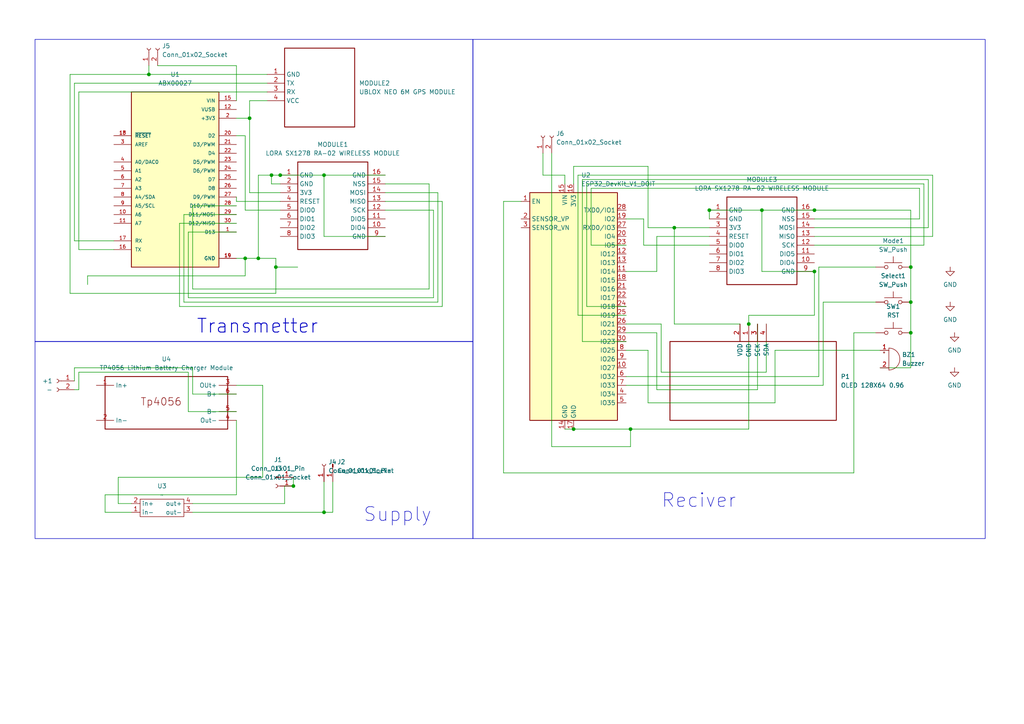
<source format=kicad_sch>
(kicad_sch (version 20231120) (generator "eeschema") (generator_version "8.0")
  (paper "A4")
  (lib_symbols
    (symbol "Connector:Conn_01x01_Pin" (pin_names (offset 1.016) hide)
      (property "Reference" "J" (at 0 2.54 0))
      (property "Value" "Conn_01x01_Pin" (at 0 -2.54 0))
      (symbol "Conn_01x01_Pin_1_1"
        (polyline (pts (xy 1.27 0) (xy 0.8636 0)) (stroke (width 0.1524)))
        (rectangle (start 0.8636 0.127) (end 0 -0.127) (stroke (width 0.1524)) (fill (type outline)))
        (pin passive line (at 5.08 0 180) (length 3.81) (name "Pin_1") (number "1"))
      )
    )
    (symbol "Connector:Conn_01x01_Socket" (pin_names (offset 1.016) hide)
      (property "Reference" "J" (at 0 2.54 0))
      (property "Value" "Conn_01x01_Socket" (at 0 -2.54 0))
      (symbol "Conn_01x01_Socket_1_1"
        (polyline (pts (xy -1.27 0) (xy -0.508 0)) (stroke (width 0.1524)))
        (arc (start 0 0.508) (mid -0.5058 0) (end 0 -0.508) (stroke (width 0.1524)))
        (pin passive line (at -5.08 0 0) (length 3.81) (name "Pin_1") (number "1"))
      )
    )
    (symbol "Connector:Conn_01x02_Socket" (pin_names (offset 1.016) hide)
      (property "Reference" "J" (at 0 2.54 0))
      (property "Value" "Conn_01x02_Socket" (at 0 -5.08 0))
      (symbol "Conn_01x02_Socket_1_1"
        (arc (start 0 -2.032) (mid -0.5058 -2.54) (end 0 -3.048) (stroke (width 0.1524)))
        (polyline (pts (xy -1.27 -2.54) (xy -0.508 -2.54)) (stroke (width 0.1524)))
        (polyline (pts (xy -1.27 0) (xy -0.508 0)) (stroke (width 0.1524)))
        (arc (start 0 0.508) (mid -0.5058 0) (end 0 -0.508) (stroke (width 0.1524)))
        (pin passive line (at -5.08 0 0) (length 3.81) (name "Pin_1") (number "1"))
        (pin passive line (at -5.08 -2.54 0) (length 3.81) (name "Pin_2") (number "2"))
      )
    )
    (symbol "Device:Buzzer" (pin_names (offset 0.0254) hide)
      (property "Reference" "BZ" (at 3.81 1.27 0))
      (property "Value" "Buzzer" (at 3.81 -1.27 0))
      (symbol "Buzzer_0_1"
        (arc (start 0 -3.175) (mid 3.1612 0) (end 0 3.175))
        (polyline (pts (xy -1.651 1.905) (xy -1.143 1.905)))
        (polyline (pts (xy -1.397 2.159) (xy -1.397 1.651)))
        (polyline (pts (xy 0 3.175) (xy 0 -3.175)))
      )
      (symbol "Buzzer_1_1"
        (pin passive line (at -2.54 2.54 0) (length 2.54) (name "+") (number "1"))
        (pin passive line (at -2.54 -2.54 0) (length 2.54) (name "-") (number "2"))
      )
    )
    (symbol "LM2596 Step Down DC-DC Buck Converter:LM2596"
      (property "Reference" "U" (at 0 4.572 0))
      (symbol "LM2596_0_1"
        (rectangle (start -6.35 2.54) (end 6.35 -2.54))
      )
      (symbol "LM2596_1_1"
        (pin input line (at -8.89 -1.27 0) (length 2.54) (name "in-") (number "1"))
        (pin input line (at -8.89 1.27 0) (length 2.54) (name "in+") (number "2"))
        (pin output line (at 8.89 -1.27 180) (length 2.54) (name "out-") (number "3"))
        (pin output line (at 8.89 1.27 180) (length 2.54) (name "out+") (number "4"))
      )
    )
    (symbol "NANO 33 Ble IOT:ABX00027" (pin_names (offset 1.016))
      (property "Reference" "U" (at -12.7 26.67 0))
      (property "Value" "ABX00027" (at -12.7 -26.67 0))
      (symbol "ABX00027_0_0"
        (rectangle (start -12.7 -25.4) (end 12.7 25.4) (stroke (width 0.254)) (fill (type background)))
        (pin bidirectional line (at 17.78 -15.24 180) (length 5.08) (name "D13") (number "1"))
        (pin input line (at -17.78 -10.16 0) (length 5.08) (name "A6") (number "10"))
        (pin input line (at -17.78 -12.7 0) (length 5.08) (name "A7") (number "11"))
        (pin power_in line (at 17.78 20.32 180) (length 5.08) (name "VUSB") (number "12"))
        (pin input line (at -17.78 12.7 0) (length 5.08) (name "~{RESET}") (number "13"))
        (pin power_in line (at 17.78 -22.86 180) (length 5.08) (name "GND") (number "14"))
        (pin power_in line (at 17.78 22.86 180) (length 5.08) (name "VIN") (number "15"))
        (pin bidirectional line (at -17.78 -20.32 0) (length 5.08) (name "TX") (number "16"))
        (pin bidirectional line (at -17.78 -17.78 0) (length 5.08) (name "RX") (number "17"))
        (pin input line (at -17.78 12.7 0) (length 5.08) (name "~{RESET}") (number "18"))
        (pin power_in line (at 17.78 -22.86 180) (length 5.08) (name "GND") (number "19"))
        (pin power_in line (at 17.78 17.78 180) (length 5.08) (name "+3V3") (number "2"))
        (pin bidirectional line (at 17.78 12.7 180) (length 5.08) (name "D2") (number "20"))
        (pin bidirectional line (at 17.78 10.16 180) (length 5.08) (name "D3/PWM") (number "21"))
        (pin bidirectional line (at 17.78 7.62 180) (length 5.08) (name "D4") (number "22"))
        (pin bidirectional line (at 17.78 5.08 180) (length 5.08) (name "D5/PWM") (number "23"))
        (pin bidirectional line (at 17.78 2.54 180) (length 5.08) (name "D6/PWM") (number "24"))
        (pin bidirectional line (at 17.78 0 180) (length 5.08) (name "D7") (number "25"))
        (pin bidirectional line (at 17.78 -2.54 180) (length 5.08) (name "D8") (number "26"))
        (pin bidirectional line (at 17.78 -5.08 180) (length 5.08) (name "D9/PWM") (number "27"))
        (pin bidirectional line (at 17.78 -7.62 180) (length 5.08) (name "D10/PWM") (number "28"))
        (pin bidirectional line (at 17.78 -10.16 180) (length 5.08) (name "D11/MOSI") (number "29"))
        (pin input line (at -17.78 10.16 0) (length 5.08) (name "AREF") (number "3"))
        (pin bidirectional line (at 17.78 -12.7 180) (length 5.08) (name "D12/MISO") (number "30"))
        (pin bidirectional line (at -17.78 5.08 0) (length 5.08) (name "A0/DAC0") (number "4"))
        (pin input line (at -17.78 2.54 0) (length 5.08) (name "A1") (number "5"))
        (pin input line (at -17.78 0 0) (length 5.08) (name "A2") (number "6"))
        (pin input line (at -17.78 -2.54 0) (length 5.08) (name "A3") (number "7"))
        (pin input line (at -17.78 -5.08 0) (length 5.08) (name "A4/SDA") (number "8"))
        (pin input line (at -17.78 -7.62 0) (length 5.08) (name "A5/SCL") (number "9"))
      )
    )
    (symbol "SCHLIB_LORA-SX1278-RA-02-WIRELESS-MODULE_2025-02-03:LORA SX1278 RA-02 WIRELESS MODULE"
      (property "Reference" "MODULE?" (at 0 0 0))
      (property "Value" "LORA SX1278 RA-02 WIRELESS MODULE" (at 0 0 0))
      (symbol "LORA SX1278 RA-02 WIRELESS MODULE_0_0"
        (rectangle (start -10.16 8.89) (end 10.16 -16.51) (stroke (width 0.254)))
        (pin unspecified line (at -15.24 5.08 0) (length 5.08) (name "GND") (number "1"))
        (pin unspecified line (at 15.24 -10.16 180) (length 5.08) (name "DIO4") (number "10"))
        (pin unspecified line (at 15.24 -7.62 180) (length 5.08) (name "DIO5") (number "11"))
        (pin unspecified line (at 15.24 -5.08 180) (length 5.08) (name "SCK") (number "12"))
        (pin unspecified line (at 15.24 -2.54 180) (length 5.08) (name "MISO") (number "13"))
        (pin unspecified line (at 15.24 0 180) (length 5.08) (name "MOSI") (number "14"))
        (pin unspecified line (at 15.24 2.54 180) (length 5.08) (name "NSS") (number "15"))
        (pin unspecified line (at 15.24 5.08 180) (length 5.08) (name "GND") (number "16"))
        (pin unspecified line (at -15.24 2.54 0) (length 5.08) (name "GND") (number "2"))
        (pin unspecified line (at -15.24 0 0) (length 5.08) (name "3V3") (number "3"))
        (pin unspecified line (at -15.24 -2.54 0) (length 5.08) (name "RESET") (number "4"))
        (pin unspecified line (at -15.24 -5.08 0) (length 5.08) (name "DIO0") (number "5"))
        (pin unspecified line (at -15.24 -7.62 0) (length 5.08) (name "DIO1") (number "6"))
        (pin unspecified line (at -15.24 -10.16 0) (length 5.08) (name "DIO2") (number "7"))
        (pin unspecified line (at -15.24 -12.7 0) (length 5.08) (name "DIO3") (number "8"))
        (pin unspecified line (at 15.24 -12.7 180) (length 5.08) (name "GND") (number "9"))
      )
    )
    (symbol "SCHLIB_OLED:OLED 128X64 0.96"
      (property "Reference" "P?" (at 0 0 0))
      (property "Value" "OLED 128X64 0.96" (at 0 0 0))
      (symbol "OLED 128X64 0.96_0_0"
        (rectangle (start -26.67 8.89) (end 21.59 -13.97) (stroke (width 0.254)))
      )
      (symbol "OLED 128X64 0.96_1_0"
        (pin unspecified line (at -3.81 13.97 270) (length 5.08) (name "GND") (number "1"))
        (pin unspecified line (at -6.35 13.97 270) (length 5.08) (name "VDD") (number "2"))
        (pin unspecified line (at -1.27 13.97 270) (length 5.08) (name "SCK") (number "3"))
        (pin unspecified line (at 1.27 13.97 270) (length 5.08) (name "SDA") (number "4"))
      )
    )
    (symbol "SCHLIB_TP4056-Lithium-Battery-Charger-Module_2025-02-08:TP4056 Lithium Battery Charger Module"
      (property "Reference" "U?" (at 0 0 0))
      (property "Value" "TP4056 Lithium Battery Charger Module" (at 0 0 0))
      (symbol "TP4056 Lithium Battery Charger Module_0_0"
        (rectangle (start 10.16 30.48) (end 45.72 15.24) (stroke (width 0.254)))
        (text "Tp4056" (at 20.3708 24.4729 0) (effects (font (size 2.1717 2.1717)) (justify left top)))
        (pin unspecified line (at 7.62 27.94 0) (length 5.08) (name "In+") (number "1"))
        (pin unspecified line (at 7.62 17.78 0) (length 5.08) (name "In-") (number "2"))
        (pin unspecified line (at 48.26 27.94 180) (length 5.08) (name "OUt+") (number "3"))
        (pin unspecified line (at 48.26 17.78 180) (length 5.08) (name "Out-") (number "4"))
        (pin unspecified line (at 48.26 20.32 180) (length 5.08) (name "B-") (number "5"))
        (pin unspecified line (at 48.26 25.4 180) (length 5.08) (name "B+") (number "6"))
      )
    )
    (symbol "SCHLIB_UBLOX-NEO-6M-GPS-MODULE_2025-02-08:UBLOX NEO 6M GPS MODULE"
      (property "Reference" "MODULE?" (at 0 0 0))
      (property "Value" "UBLOX NEO 6M GPS MODULE" (at 0 0 0))
      (symbol "UBLOX NEO 6M GPS MODULE_0_0"
        (rectangle (start -10.16 12.7) (end 10.16 -10.16) (stroke (width 0.254)))
        (pin unspecified line (at -15.24 5.08 0) (length 5.08) (name "GND") (number "1"))
        (pin unspecified line (at -15.24 2.54 0) (length 5.08) (name "TX") (number "2"))
        (pin unspecified line (at -15.24 0 0) (length 5.08) (name "RX") (number "3"))
        (pin unspecified line (at -15.24 -2.54 0) (length 5.08) (name "VCC") (number "4"))
      )
    )
    (symbol "Switch:SW_Push" (pin_numbers hide) (pin_names (offset 1.016) hide)
      (property "Reference" "SW" (at 1.27 2.54 0))
      (property "Value" "SW_Push" (at 0 -1.524 0))
      (symbol "SW_Push_0_1"
        (circle (center -2.032 0) (radius 0.508))
        (polyline (pts (xy 0 1.27) (xy 0 3.048)))
        (polyline (pts (xy 2.54 1.27) (xy -2.54 1.27)))
        (circle (center 2.032 0) (radius 0.508))
        (pin passive line (at -5.08 0 0) (length 2.54) (name "1") (number "1"))
        (pin passive line (at 5.08 0 180) (length 2.54) (name "2") (number "2"))
      )
    )
    (symbol "esp32_devkit_v1_doit:ESP32_DevKit_V1_DOIT"
      (property "Reference" "U" (at -11.43 34.29 0))
      (property "Value" "ESP32_DevKit_V1_DOIT" (at 11.43 34.29 0))
      (symbol "ESP32_DevKit_V1_DOIT_1_1"
        (rectangle (start -12.7 33.02) (end 12.7 -33.02) (stroke (width 0.254)) (fill (type background)))
        (pin input line (at -15.24 30.48 0) (length 2.54) (name "EN") (number "1"))
        (pin bidirectional line (at 15.24 -17.78 180) (length 2.54) (name "IO27") (number "10"))
        (pin bidirectional line (at 15.24 10.16 180) (length 2.54) (name "IO14") (number "11"))
        (pin bidirectional line (at 15.24 15.24 180) (length 2.54) (name "IO12") (number "12"))
        (pin bidirectional line (at 15.24 12.7 180) (length 2.54) (name "IO13") (number "13"))
        (pin power_in line (at -2.54 -35.56 90) (length 2.54) (name "GND") (number "14"))
        (pin power_in line (at -2.54 35.56 270) (length 2.54) (name "VIN") (number "15"))
        (pin power_in line (at 0 35.56 270) (length 2.54) (name "3V3") (number "16"))
        (pin power_in line (at 0 -35.56 90) (length 2.54) (name "GND") (number "17"))
        (pin bidirectional line (at 15.24 7.62 180) (length 2.54) (name "IO15") (number "18"))
        (pin bidirectional line (at 15.24 25.4 180) (length 2.54) (name "IO2") (number "19"))
        (pin input line (at -15.24 25.4 0) (length 2.54) (name "SENSOR_VP") (number "2"))
        (pin bidirectional line (at 15.24 20.32 180) (length 2.54) (name "IO4") (number "20"))
        (pin bidirectional line (at 15.24 5.08 180) (length 2.54) (name "IO16") (number "21"))
        (pin bidirectional line (at 15.24 2.54 180) (length 2.54) (name "IO17") (number "22"))
        (pin bidirectional line (at 15.24 17.78 180) (length 2.54) (name "IO5") (number "23"))
        (pin bidirectional line (at 15.24 0 180) (length 2.54) (name "IO18") (number "24"))
        (pin bidirectional line (at 15.24 -2.54 180) (length 2.54) (name "IO19") (number "25"))
        (pin bidirectional line (at 15.24 -5.08 180) (length 2.54) (name "IO21") (number "26"))
        (pin bidirectional line (at 15.24 22.86 180) (length 2.54) (name "RXD0/IO3") (number "27"))
        (pin bidirectional line (at 15.24 27.94 180) (length 2.54) (name "TXD0/IO1") (number "28"))
        (pin bidirectional line (at 15.24 -7.62 180) (length 2.54) (name "IO22") (number "29"))
        (pin input line (at -15.24 22.86 0) (length 2.54) (name "SENSOR_VN") (number "3"))
        (pin bidirectional line (at 15.24 -10.16 180) (length 2.54) (name "IO23") (number "30"))
        (pin input line (at 15.24 -25.4 180) (length 2.54) (name "IO34") (number "4"))
        (pin input line (at 15.24 -27.94 180) (length 2.54) (name "IO35") (number "5"))
        (pin bidirectional line (at 15.24 -20.32 180) (length 2.54) (name "IO32") (number "6"))
        (pin bidirectional line (at 15.24 -22.86 180) (length 2.54) (name "IO33") (number "7"))
        (pin bidirectional line (at 15.24 -12.7 180) (length 2.54) (name "IO25") (number "8"))
        (pin bidirectional line (at 15.24 -15.24 180) (length 2.54) (name "IO26") (number "9"))
      )
    )
    (symbol "power:GND" (power) (pin_numbers hide) (pin_names (offset 0) hide)
      (property "Value" "GND" (at 0 -3.81 0))
      (symbol "GND_0_1"
        (polyline (pts (xy 0 0) (xy 0 -1.27) (xy 1.27 -1.27) (xy 0 -2.54) (xy -1.27 -1.27) (xy 0 -1.27)))
      )
      (symbol "GND_1_1"
        (pin power_in line (at 0 0 270) (length 0) (name "~") (number "1"))
      )
    )
  )
  (junction (at 205.74 60.96))
  (junction (at 182.88 124.46))
  (junction (at 264.16 96.52))
  (junction (at 195.58 66.04))
  (junction (at 78.74 50.8))
  (junction (at 93.98 148.59))
  (junction (at 81.28 50.8))
  (junction (at 85.09 140.97))
  (junction (at 80.01 77.47))
  (junction (at 264.16 87.63))
  (junction (at 93.98 50.8))
  (junction (at 264.16 77.47))
  (junction (at 72.39 34.29))
  (junction (at 217.17 93.98))
  (junction (at 43.18 21.59))
  (junction (at 220.98 60.96))
  (junction (at 71.12 74.93))
  (junction (at 236.22 60.96))
  (junction (at 166.37 124.46))
  (junction (at 74.93 74.93))
  (junction (at 236.22 78.74))
  (wire (pts (xy 168.91 52.07) (xy 168.91 99.06)))
  (wire (pts (xy 267.97 53.34) (xy 170.18 53.34)))
  (wire (pts (xy 238.76 87.63) (xy 238.76 111.76)))
  (wire (pts (xy 85.09 138.43) (xy 85.09 140.97)))
  (wire (pts (xy 270.51 50.8) (xy 167.64 50.8)))
  (wire (pts (xy 74.93 50.8) (xy 74.93 74.93)))
  (wire (pts (xy 187.96 66.04) (xy 195.58 66.04)))
  (wire (pts (xy 205.74 60.96) (xy 205.74 63.5)))
  (wire (pts (xy 78.74 53.34) (xy 78.74 50.8)))
  (wire (pts (xy 255.27 101.6) (xy 224.79 101.6)))
  (wire (pts (xy 21.59 69.85) (xy 33.02 69.85)))
  (wire (pts (xy 237.49 109.22) (xy 181.61 109.22)))
  (wire (pts (xy 264.16 106.68) (xy 264.16 96.52)))
  (wire (pts (xy 86.36 77.47) (xy 80.01 77.47)))
  (wire (pts (xy 182.88 129.54) (xy 182.88 124.46)))
  (wire (pts (xy 22.86 107.95) (xy 54.61 107.95)))
  (wire (pts (xy 53.34 62.23) (xy 68.58 62.23)))
  (wire (pts (xy 219.71 113.03) (xy 190.5 113.03)))
  (wire (pts (xy 55.88 83.82) (xy 55.88 59.69)))
  (wire (pts (xy 55.88 146.05) (xy 82.55 146.05)))
  (wire (pts (xy 236.22 60.96) (xy 264.16 60.96)))
  (wire (pts (xy 219.71 93.98) (xy 219.71 113.03)))
  (wire (pts (xy 81.28 55.88) (xy 72.39 55.88)))
  (wire (pts (xy 254 77.47) (xy 237.49 77.47)))
  (wire (pts (xy 267.97 71.12) (xy 267.97 53.34)))
  (wire (pts (xy 205.74 60.96) (xy 220.98 60.96)))
  (wire (pts (xy 264.16 87.63) (xy 264.16 96.52)))
  (wire (pts (xy 52.07 64.77) (xy 68.58 64.77)))
  (wire (pts (xy 167.64 91.44) (xy 181.61 91.44)))
  (wire (pts (xy 68.58 121.92) (xy 68.58 143.51)))
  (wire (pts (xy 236.22 78.74) (xy 236.22 91.44)))
  (wire (pts (xy 72.39 34.29) (xy 72.39 55.88)))
  (wire (pts (xy 166.37 48.26) (xy 166.37 53.34)))
  (wire (pts (xy 54.61 67.31) (xy 68.58 67.31)))
  (wire (pts (xy 21.59 113.03) (xy 22.86 113.03)))
  (wire (pts (xy 93.98 148.59) (xy 93.98 139.7)))
  (wire (pts (xy 34.29 146.05) (xy 38.1 146.05)))
  (wire (pts (xy 160.02 44.45) (xy 160.02 129.54)))
  (wire (pts (xy 77.47 29.21) (xy 72.39 29.21)))
  (wire (pts (xy 190.5 96.52) (xy 181.61 96.52)))
  (wire (pts (xy 254 87.63) (xy 238.76 87.63)))
  (wire (pts (xy 125.73 60.96) (xy 125.73 86.36)))
  (wire (pts (xy 236.22 91.44) (xy 217.17 91.44)))
  (wire (pts (xy 254 96.52) (xy 247.65 96.52)))
  (wire (pts (xy 222.25 107.95) (xy 191.77 107.95)))
  (wire (pts (xy 163.83 50.8) (xy 163.83 53.34)))
  (wire (pts (xy 22.86 72.39) (xy 33.02 72.39)))
  (wire (pts (xy 72.39 29.21) (xy 72.39 34.29)))
  (wire (pts (xy 52.07 88.9) (xy 52.07 64.77)))
  (wire (pts (xy 76.2 138.43) (xy 34.29 138.43)))
  (wire (pts (xy 269.24 66.04) (xy 269.24 52.07)))
  (wire (pts (xy 96.52 148.59) (xy 93.98 148.59)))
  (wire (pts (xy 21.59 106.68) (xy 55.88 106.68)))
  (wire (pts (xy 238.76 111.76) (xy 181.61 111.76)))
  (wire (pts (xy 71.12 80.01) (xy 71.12 74.93)))
  (wire (pts (xy 237.49 77.47) (xy 237.49 109.22)))
  (wire (pts (xy 266.7 63.5) (xy 266.7 54.61)))
  (wire (pts (xy 247.65 137.16) (xy 146.05 137.16)))
  (wire (pts (xy 214.63 93.98) (xy 195.58 93.98)))
  (wire (pts (xy 166.37 124.46) (xy 182.88 124.46)))
  (wire (pts (xy 187.96 48.26) (xy 166.37 48.26)))
  (wire (pts (xy 74.93 74.93) (xy 80.01 74.93)))
  (wire (pts (xy 43.18 21.59) (xy 20.32 21.59)))
  (wire (pts (xy 124.46 83.82) (xy 55.88 83.82)))
  (wire (pts (xy 170.18 53.34) (xy 170.18 88.9)))
  (wire (pts (xy 163.83 124.46) (xy 166.37 124.46)))
  (wire (pts (xy 71.12 74.93) (xy 74.93 74.93)))
  (wire (pts (xy 81.28 60.96) (xy 71.12 60.96)))
  (wire (pts (xy 127 87.63) (xy 53.34 87.63)))
  (wire (pts (xy 195.58 66.04) (xy 205.74 66.04)))
  (wire (pts (xy 30.48 148.59) (xy 38.1 148.59)))
  (wire (pts (xy 54.61 119.38) (xy 68.58 119.38)))
  (wire (pts (xy 68.58 19.05) (xy 68.58 29.21)))
  (wire (pts (xy 25.4 80.01) (xy 25.4 82.55)))
  (wire (pts (xy 43.18 19.05) (xy 43.18 21.59)))
  (wire (pts (xy 160.02 129.54) (xy 182.88 129.54)))
  (wire (pts (xy 182.88 124.46) (xy 217.17 124.46)))
  (wire (pts (xy 20.32 21.59) (xy 20.32 85.09)))
  (wire (pts (xy 124.46 53.34) (xy 124.46 83.82)))
  (wire (pts (xy 96.52 139.7) (xy 96.52 148.59)))
  (wire (pts (xy 54.61 107.95) (xy 54.61 119.38)))
  (wire (pts (xy 170.18 88.9) (xy 181.61 88.9)))
  (wire (pts (xy 72.39 34.29) (xy 68.58 34.29)))
  (wire (pts (xy 71.12 39.37) (xy 68.58 39.37)))
  (wire (pts (xy 224.79 101.6) (xy 224.79 116.84)))
  (wire (pts (xy 111.76 53.34) (xy 124.46 53.34)))
  (wire (pts (xy 167.64 50.8) (xy 167.64 91.44)))
  (wire (pts (xy 82.55 146.05) (xy 82.55 140.97)))
  (wire (pts (xy 266.7 54.61) (xy 171.45 54.61)))
  (wire (pts (xy 111.76 55.88) (xy 127 55.88)))
  (wire (pts (xy 68.58 58.42) (xy 68.58 57.15)))
  (wire (pts (xy 20.32 85.09) (xy 80.01 85.09)))
  (wire (pts (xy 127 55.88) (xy 127 87.63)))
  (wire (pts (xy 34.29 138.43) (xy 34.29 146.05)))
  (wire (pts (xy 76.2 111.76) (xy 76.2 138.43)))
  (wire (pts (xy 186.69 71.12) (xy 186.69 63.5)))
  (wire (pts (xy 45.72 19.05) (xy 68.58 19.05)))
  (wire (pts (xy 30.48 143.51) (xy 30.48 148.59)))
  (wire (pts (xy 53.34 87.63) (xy 53.34 62.23)))
  (wire (pts (xy 171.45 54.61) (xy 171.45 71.12)))
  (wire (pts (xy 220.98 78.74) (xy 220.98 60.96)))
  (wire (pts (xy 205.74 68.58) (xy 190.5 68.58)))
  (wire (pts (xy 55.88 114.3) (xy 68.58 114.3)))
  (wire (pts (xy 190.5 68.58) (xy 190.5 78.74)))
  (wire (pts (xy 81.28 58.42) (xy 68.58 58.42)))
  (wire (pts (xy 81.28 53.34) (xy 78.74 53.34)))
  (wire (pts (xy 77.47 21.59) (xy 43.18 21.59)))
  (wire (pts (xy 247.65 96.52) (xy 247.65 137.16)))
  (wire (pts (xy 220.98 60.96) (xy 236.22 60.96)))
  (wire (pts (xy 217.17 91.44) (xy 217.17 93.98)))
  (wire (pts (xy 22.86 113.03) (xy 22.86 107.95)))
  (wire (pts (xy 195.58 93.98) (xy 195.58 66.04)))
  (wire (pts (xy 146.05 58.42) (xy 151.13 58.42)))
  (wire (pts (xy 111.76 58.42) (xy 128.27 58.42)))
  (wire (pts (xy 77.47 24.13) (xy 21.59 24.13)))
  (wire (pts (xy 187.96 66.04) (xy 187.96 48.26)))
  (wire (pts (xy 146.05 137.16) (xy 146.05 58.42)))
  (wire (pts (xy 21.59 110.49) (xy 21.59 106.68)))
  (wire (pts (xy 82.55 140.97) (xy 85.09 140.97)))
  (wire (pts (xy 224.79 116.84) (xy 187.96 116.84)))
  (wire (pts (xy 128.27 58.42) (xy 128.27 88.9)))
  (wire (pts (xy 55.88 106.68) (xy 55.88 114.3)))
  (wire (pts (xy 190.5 113.03) (xy 190.5 96.52)))
  (wire (pts (xy 264.16 77.47) (xy 264.16 87.63)))
  (wire (pts (xy 264.16 77.47) (xy 264.16 60.96)))
  (wire (pts (xy 93.98 68.58) (xy 93.98 50.8)))
  (wire (pts (xy 168.91 99.06) (xy 181.61 99.06)))
  (wire (pts (xy 187.96 116.84) (xy 187.96 101.6)))
  (wire (pts (xy 205.74 71.12) (xy 186.69 71.12)))
  (wire (pts (xy 21.59 24.13) (xy 21.59 69.85)))
  (wire (pts (xy 54.61 86.36) (xy 54.61 67.31)))
  (wire (pts (xy 77.47 26.67) (xy 22.86 26.67)))
  (wire (pts (xy 55.88 59.69) (xy 68.58 59.69)))
  (wire (pts (xy 78.74 50.8) (xy 74.93 50.8)))
  (wire (pts (xy 93.98 50.8) (xy 111.76 50.8)))
  (wire (pts (xy 128.27 88.9) (xy 52.07 88.9)))
  (wire (pts (xy 25.4 80.01) (xy 71.12 80.01)))
  (wire (pts (xy 157.48 50.8) (xy 163.83 50.8)))
  (wire (pts (xy 80.01 85.09) (xy 80.01 77.47)))
  (wire (pts (xy 68.58 143.51) (xy 30.48 143.51)))
  (wire (pts (xy 269.24 52.07) (xy 168.91 52.07)))
  (wire (pts (xy 111.76 68.58) (xy 93.98 68.58)))
  (wire (pts (xy 236.22 68.58) (xy 270.51 68.58)))
  (wire (pts (xy 68.58 74.93) (xy 71.12 74.93)))
  (wire (pts (xy 236.22 71.12) (xy 267.97 71.12)))
  (wire (pts (xy 171.45 71.12) (xy 181.61 71.12)))
  (wire (pts (xy 111.76 60.96) (xy 125.73 60.96)))
  (wire (pts (xy 22.86 26.67) (xy 22.86 72.39)))
  (wire (pts (xy 71.12 60.96) (xy 71.12 39.37)))
  (wire (pts (xy 80.01 77.47) (xy 80.01 74.93)))
  (wire (pts (xy 191.77 107.95) (xy 191.77 93.98)))
  (wire (pts (xy 125.73 86.36) (xy 54.61 86.36)))
  (wire (pts (xy 255.27 106.68) (xy 264.16 106.68)))
  (wire (pts (xy 78.74 50.8) (xy 81.28 50.8)))
  (wire (pts (xy 157.48 44.45) (xy 157.48 50.8)))
  (wire (pts (xy 217.17 93.98) (xy 217.17 124.46)))
  (wire (pts (xy 81.28 50.8) (xy 93.98 50.8)))
  (wire (pts (xy 236.22 63.5) (xy 266.7 63.5)))
  (wire (pts (xy 186.69 63.5) (xy 181.61 63.5)))
  (wire (pts (xy 191.77 93.98) (xy 181.61 93.98)))
  (wire (pts (xy 55.88 148.59) (xy 93.98 148.59)))
  (wire (pts (xy 68.58 111.76) (xy 76.2 111.76)))
  (wire (pts (xy 236.22 66.04) (xy 269.24 66.04)))
  (wire (pts (xy 270.51 68.58) (xy 270.51 50.8)))
  (wire (pts (xy 181.61 101.6) (xy 187.96 101.6)))
  (wire (pts (xy 190.5 78.74) (xy 181.61 78.74)))
  (wire (pts (xy 222.25 93.98) (xy 222.25 107.95)))
  (wire (pts (xy 236.22 78.74) (xy 220.98 78.74)))
  (rectangle (start 10.16 11.43) (end 137.16 99.06))
  (rectangle (start 10.16 99.06) (end 137.16 156.21))
  (rectangle (start 137.16 11.43) (end 285.75 156.21))
  (text "Supply" (at 115.316 149.352 0) (effects (font (size 4 4))))
  (text "Transmetter" (at 74.676 94.742 0) (effects (font (size 4 4) (thickness 0.254) (bold yes))))
  (text "Reciver\n" (at 202.692 145.288 0) (effects (font (size 4 4))))
  (symbol (lib_id "Device:Buzzer") (at 257.81 104.14 0) (unit 1)
    (property "Reference" "BZ1" (at 261.62 102.8699 0) (effects (justify left)))
    (property "Value" "Buzzer" (at 261.62 105.4099 0) (effects (justify left)))
    (property "Footprint" "Buzzer_Beeper:Buzzer_12x9.5RM7.6" (effects (hide yes)))
    (property "Description" "Buzzer, polarized" (effects (hide yes)))
  )
  (symbol (lib_id "Connector:Conn_01x02_Socket") (at 16.51 110.49 0) (mirror y) (unit 1)
    (property "Reference" "+1" (at 15.24 110.4899 0) (effects (justify left)))
    (property "Value" "-" (at 15.24 113.0299 0) (effects (justify left)))
    (property "Footprint" "Connector_PinHeader_2.54mm:PinHeader_1x02_P2.54mm_Vertical" (effects (hide yes)))
    (property "Description" "Generic connector, single row, 01x02, script generated" (effects (hide yes)))
  )
  (symbol (lib_id "SCHLIB_LORA-SX1278-RA-02-WIRELESS-MODULE_2025-02-03:LORA SX1278 RA-02 WIRELESS MODULE") (at 220.98 66.04 0) (unit 1)
    (property "Reference" "MODULE3" (at 220.98 52.07 0))
    (property "Value" "LORA SX1278 RA-02 WIRELESS MODULE" (at 220.98 54.61 0))
    (property "Footprint" "PCBLIB_LORA-SX1278-RA-02-WIRELESS-MODULE_2025-02-08:LORA SX1278 RA-02 WIRELESS MODULE" (effects (hide yes)))
  )
  (symbol (lib_id "Connector:Conn_01x01_Pin") (at 80.01 138.43 0) (unit 1)
    (property "Reference" "J1" (at 80.645 133.35 0))
    (property "Value" "Conn_01x01_Pin" (at 80.645 135.89 0))
    (property "Footprint" "Connector_PinHeader_2.54mm:PinHeader_1x01_P2.54mm_Vertical" (effects (hide yes)))
    (property "Description" "Generic connector, single row, 01x01, script generated" (effects (hide yes)))
  )
  (symbol (lib_id "Switch:SW_Push") (at 259.08 87.63 0) (unit 1)
    (property "Reference" "Select1" (at 259.08 80.01 0))
    (property "Value" "SW_Push" (at 259.08 82.55 0))
    (property "Footprint" "CUstom:SW_1825910-6-4" (effects (hide yes)))
    (property "Description" "Push button switch, generic, two pins" (effects (hide yes)))
  )
  (symbol (lib_id "power:GND") (at 275.59 87.63 0) (unit 1)
    (property "Reference" "#PWR02" (effects (hide yes)))
    (property "Value" "GND" (at 275.59 92.71 0))
    (property "Description" "Power symbol creates a global label with name \"GND\" , ground" (effects (hide yes)))
  )
  (symbol (lib_id "SCHLIB_UBLOX-NEO-6M-GPS-MODULE_2025-02-08:UBLOX NEO 6M GPS MODULE") (at 92.71 26.67 0) (unit 1)
    (property "Reference" "MODULE2" (at 104.14 24.1299 0) (effects (justify left)))
    (property "Value" "UBLOX NEO 6M GPS MODULE" (at 104.14 26.6699 0) (effects (justify left)))
    (property "Footprint" "PCBLIB_UBLOX-NEO-6M-GPS-MODULE_2025-02-08:UBLOX NEO 6M GPS MODULE" (effects (hide yes)))
  )
  (symbol (lib_id "esp32_devkit_v1_doit:ESP32_DevKit_V1_DOIT") (at 166.37 88.9 0) (unit 1)
    (property "Reference" "U2" (at 168.5641 50.8 0) (effects (justify left)))
    (property "Value" "ESP32_DevKit_V1_DOIT" (at 168.5641 53.34 0) (effects (justify left)))
    (property "Footprint" "esp32_devkit_v1_doit:esp32_devkit_v1_doit" (effects (hide yes)))
    (property "Datasheet" "https://aliexpress.com/item/32864722159.html" (effects (hide yes)))
    (property "Description" "32-bit microcontroller module with WiFi and Bluetooth" (effects (hide yes)))
  )
  (symbol (lib_id "Connector:Conn_01x02_Socket") (at 157.48 39.37 90) (unit 1)
    (property "Reference" "J6" (at 161.29 38.7349 90) (effects (justify right)))
    (property "Value" "Conn_01x02_Socket" (at 161.29 41.2749 90) (effects (justify right)))
    (property "Footprint" "Connector_PinSocket_2.54mm:PinSocket_1x02_P2.54mm_Vertical" (effects (hide yes)))
    (property "Description" "Generic connector, single row, 01x02, script generated" (effects (hide yes)))
  )
  (symbol (lib_id "LM2596 Step Down DC-DC Buck Converter:LM2596") (at 46.99 147.32 0) (unit 1)
    (property "Reference" "U3" (at 46.99 140.97 0))
    (property "Value" "~" (at 46.99 143.51 0))
    (property "Footprint" "PCBLIB_LM2596-DC-TO-DC-BUCK-CONVERTER-FOOTPRINT_2025-02-08:LM2596 DC TO DC BUCK CONVERTER FOOTPRINT" (effects (hide yes)))
  )
  (symbol (lib_id "SCHLIB_LORA-SX1278-RA-02-WIRELESS-MODULE_2025-02-03:LORA SX1278 RA-02 WIRELESS MODULE") (at 96.52 55.88 0) (unit 1)
    (property "Reference" "MODULE1" (at 96.52 41.91 0))
    (property "Value" "LORA SX1278 RA-02 WIRELESS MODULE" (at 96.52 44.45 0))
    (property "Footprint" "PCBLIB_LORA-SX1278-RA-02-WIRELESS-MODULE_2025-02-08:LORA SX1278 RA-02 WIRELESS MODULE" (effects (hide yes)))
  )
  (symbol (lib_id "power:GND") (at 275.59 77.47 0) (unit 1)
    (property "Reference" "#PWR01" (effects (hide yes)))
    (property "Value" "GND" (at 275.59 82.55 0))
    (property "Description" "Power symbol creates a global label with name \"GND\" , ground" (effects (hide yes)))
  )
  (symbol (lib_id "Connector:Conn_01x02_Socket") (at 43.18 13.97 90) (unit 1)
    (property "Reference" "J5" (at 46.99 13.3349 90) (effects (justify right)))
    (property "Value" "Conn_01x02_Socket" (at 46.99 15.8749 90) (effects (justify right)))
    (property "Footprint" "Connector_PinSocket_2.54mm:PinSocket_1x02_P2.54mm_Vertical" (effects (hide yes)))
    (property "Description" "Generic connector, single row, 01x02, script generated" (effects (hide yes)))
  )
  (symbol (lib_id "SCHLIB_TP4056-Lithium-Battery-Charger-Module_2025-02-08:TP4056 Lithium Battery Charger Module") (at 20.32 139.7 0) (unit 1)
    (property "Reference" "U4" (at 48.26 104.14 0))
    (property "Value" "TP4056 Lithium Battery Charger Module" (at 48.26 106.68 0))
    (property "Footprint" "PCBLIB_BATTMODULE_2025-02-08:BATTMODULE" (effects (hide yes)))
    (property "Manufacturer Part" "TP4056 Lithium Battery Charger Module" (effects (hide yes)))
  )
  (symbol (lib_id "NANO 33 Ble IOT:ABX00027") (at 50.8 52.07 0) (unit 1)
    (property "Reference" "U1" (at 50.8 21.59 0))
    (property "Value" "ABX00027" (at 50.8 24.13 0))
    (property "Footprint" "CUstom:MODULE_ABX00027" (effects (hide yes)))
    (property "MF" "Arduino" (effects (hide yes)))
    (property "DESCRIPTION" "ATSAMD21G18A Arduino Nano 33 IoT SAM D ARM® Cortex®-M0+ MCU 32-Bit Embedded Evaluation Board" (effects (hide yes)))
    (property "PACKAGE" "None" (effects (hide yes)))
    (property "PRICE" "None" (effects (hide yes)))
    (property "Package" "None" (effects (hide yes)))
    (property "Check_prices" "https://www.snapeda.com/parts/Arduino%20Nano%2033%20IoT/Arduino/view-part/?ref=eda" (effects (hide yes)))
    (property "Price" "None" (effects (hide yes)))
    (property "SnapEDA_Link" "https://www.snapeda.com/parts/Arduino%20Nano%2033%20IoT/Arduino/view-part/?ref=snap" (effects (hide yes)))
    (property "MP" "Arduino Nano 33 IoT" (effects (hide yes)))
    (property "DIGIKEY-PURCHASE-URL" "https://snapeda.com/shop?store=DigiKey&id=3949339" (effects (hide yes)))
    (property "Availability" "Not in stock" (effects (hide yes)))
    (property "AVAILABILITY" "Unavailable" (effects (hide yes)))
    (property "Description_1" "\n                        \n                            An IoT connected IMU sensor in the Nano form factor.\n                        \n" (effects (hide yes)))
  )
  (symbol (lib_id "SCHLIB_OLED:OLED 128X64 0.96") (at 220.98 107.95 0) (unit 1)
    (property "Reference" "P1" (at 243.84 109.2199 0) (effects (justify left)))
    (property "Value" "OLED 128X64 0.96" (at 243.84 111.7599 0) (effects (justify left)))
    (property "Footprint" "PCBLIB_0.96-AND-1.3-I2C-OLED-SSD1306_2025-02-08:0.96 AND 1.3 I2C OLED SSD1306" (effects (hide yes)))
    (property "Supplier Part" "undefined" (effects (hide yes)))
    (property "Supplier" "AdaFruit" (effects (hide yes)))
  )
  (symbol (lib_id "power:GND") (at 276.86 106.68 0) (unit 1)
    (property "Reference" "#PWR04" (effects (hide yes)))
    (property "Value" "GND" (at 276.86 111.76 0))
    (property "Description" "Power symbol creates a global label with name \"GND\" , ground" (effects (hide yes)))
  )
  (symbol (lib_id "Switch:SW_Push") (at 259.08 96.52 0) (unit 1)
    (property "Reference" "SW1" (at 259.08 88.9 0))
    (property "Value" "RST" (at 259.08 91.44 0))
    (property "Footprint" "CUstom:SW_1825910-6-4" (effects (hide yes)))
    (property "Description" "Push button switch, generic, two pins" (effects (hide yes)))
  )
  (symbol (lib_id "Connector:Conn_01x01_Pin") (at 96.52 134.62 270) (unit 1)
    (property "Reference" "J2" (at 97.79 133.9849 90) (effects (justify left)))
    (property "Value" "Conn_01x01_Pin" (at 97.79 136.5249 90) (effects (justify left)))
    (property "Footprint" "Connector_PinHeader_2.54mm:PinHeader_1x01_P2.54mm_Vertical" (effects (hide yes)))
    (property "Description" "Generic connector, single row, 01x01, script generated" (effects (hide yes)))
  )
  (symbol (lib_id "Switch:SW_Push") (at 259.08 77.47 0) (unit 1)
    (property "Reference" "Mode1" (at 259.08 69.85 0))
    (property "Value" "SW_Push" (at 259.08 72.39 0))
    (property "Footprint" "CUstom:SW_1825910-6-4" (effects (hide yes)))
    (property "Description" "Push button switch, generic, two pins" (effects (hide yes)))
  )
  (symbol (lib_id "power:GND") (at 276.86 96.52 0) (unit 1)
    (property "Reference" "#PWR03" (effects (hide yes)))
    (property "Value" "GND" (at 276.86 101.6 0))
    (property "Description" "Power symbol creates a global label with name \"GND\" , ground" (effects (hide yes)))
  )
  (symbol (lib_id "Connector:Conn_01x01_Socket") (at 93.98 134.62 90) (unit 1)
    (property "Reference" "J4" (at 95.25 133.9849 90) (effects (justify right)))
    (property "Value" "Conn_01x01_Socket" (at 95.25 136.5249 90) (effects (justify right)))
    (property "Footprint" "Connector_PinSocket_2.54mm:PinSocket_1x01_P2.54mm_Vertical" (effects (hide yes)))
    (property "Description" "Generic connector, single row, 01x01, script generated" (effects (hide yes)))
  )
  (symbol (lib_id "Connector:Conn_01x01_Socket") (at 80.01 140.97 180) (unit 1)
    (property "Reference" "J3" (at 80.645 135.89 0))
    (property "Value" "Conn_01x01_Socket" (at 80.645 138.43 0))
    (property "Footprint" "Connector_PinSocket_2.54mm:PinSocket_1x01_P2.54mm_Vertical" (effects (hide yes)))
    (property "Description" "Generic connector, single row, 01x01, script generated" (effects (hide yes)))
  )
)
</source>
